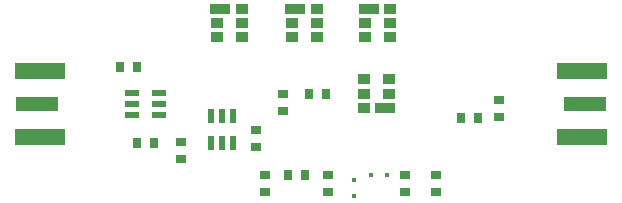
<source format=gbr>
%TF.GenerationSoftware,Altium Limited,Altium Designer,22.6.1 (34)*%
G04 Layer_Color=8421504*
%FSLAX26Y26*%
%MOIN*%
%TF.SameCoordinates,8B827DF8-CB59-4627-A0E1-72AFC477AE17*%
%TF.FilePolarity,Positive*%
%TF.FileFunction,Paste,Top*%
%TF.Part,Single*%
G01*
G75*
%TA.AperFunction,SMDPad,CuDef*%
%ADD10R,0.035433X0.031496*%
%ADD11R,0.031496X0.035433*%
%ADD12R,0.050000X0.020000*%
%ADD13R,0.041339X0.031890*%
%ADD14R,0.066929X0.031890*%
%TA.AperFunction,ConnectorPad*%
%ADD15R,0.141732X0.050000*%
%ADD16R,0.165354X0.053150*%
%TA.AperFunction,SMDPad,CuDef*%
%ADD17R,0.020000X0.050000*%
%ADD18R,0.013780X0.013780*%
%ADD19R,0.013780X0.013780*%
D10*
X1565000Y1372559D02*
D03*
Y1317441D02*
D03*
X1815000Y1357441D02*
D03*
Y1412559D02*
D03*
X2055000Y1207441D02*
D03*
Y1262559D02*
D03*
X1845000Y1207441D02*
D03*
Y1262559D02*
D03*
X2415000Y1207441D02*
D03*
Y1262559D02*
D03*
X2625000Y1512559D02*
D03*
Y1457441D02*
D03*
X2310000Y1207441D02*
D03*
Y1262559D02*
D03*
X1905000Y1477441D02*
D03*
Y1532559D02*
D03*
D11*
X1362441Y1625000D02*
D03*
X1417559D02*
D03*
X1417441Y1370000D02*
D03*
X1472559D02*
D03*
X1922441Y1263000D02*
D03*
X1977559D02*
D03*
X2047559Y1535000D02*
D03*
X1992441D02*
D03*
X2497441Y1455000D02*
D03*
X2552559D02*
D03*
D12*
X1400000Y1537000D02*
D03*
Y1463000D02*
D03*
X1490000D02*
D03*
Y1500000D02*
D03*
Y1537000D02*
D03*
X1400000Y1500000D02*
D03*
D13*
X2262323Y1817047D02*
D03*
Y1770000D02*
D03*
Y1722953D02*
D03*
X2177677D02*
D03*
Y1770000D02*
D03*
X2172677Y1487953D02*
D03*
Y1535000D02*
D03*
Y1582047D02*
D03*
X2257323D02*
D03*
Y1535000D02*
D03*
X2017323Y1817047D02*
D03*
Y1770000D02*
D03*
Y1722953D02*
D03*
X1932677D02*
D03*
Y1770000D02*
D03*
X1767323Y1817047D02*
D03*
Y1770000D02*
D03*
Y1722953D02*
D03*
X1682677D02*
D03*
Y1770000D02*
D03*
D14*
X2190472Y1817047D02*
D03*
X2244528Y1487953D02*
D03*
X1945472Y1817047D02*
D03*
X1695472D02*
D03*
D15*
X2910000Y1500000D02*
D03*
X1085000D02*
D03*
D16*
X2902126Y1388780D02*
D03*
Y1611220D02*
D03*
X1092874Y1388780D02*
D03*
Y1611220D02*
D03*
D17*
X1663000Y1370000D02*
D03*
X1737000D02*
D03*
Y1460000D02*
D03*
X1700000D02*
D03*
X1663000D02*
D03*
X1700000Y1370000D02*
D03*
D18*
X2251449Y1265000D02*
D03*
X2198299D02*
D03*
D19*
X2140000Y1246449D02*
D03*
Y1193299D02*
D03*
%TF.MD5,23fe3a6dff869cd922a66c37526b4ff0*%
M02*

</source>
